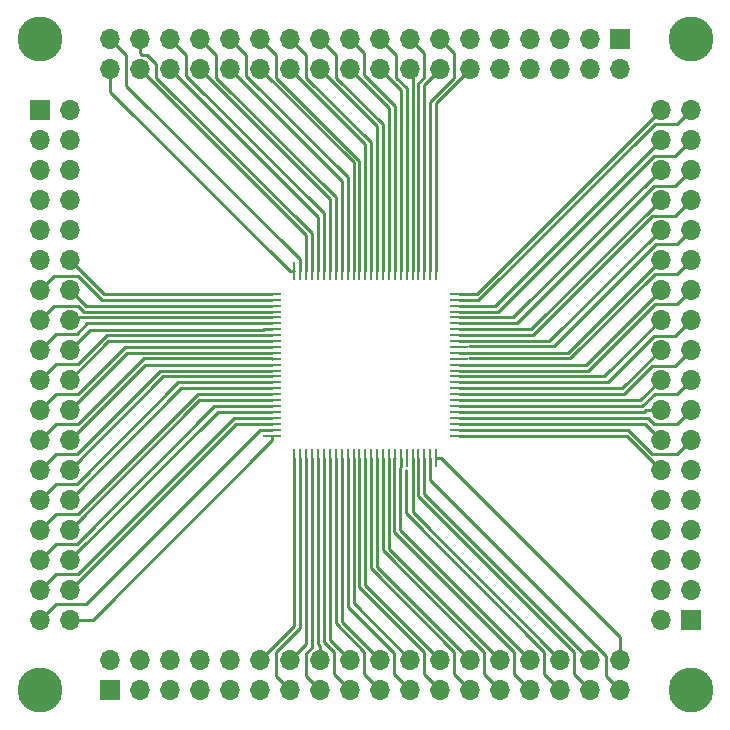
<source format=gbl>
G04 #@! TF.GenerationSoftware,KiCad,Pcbnew,(5.0.2)-1*
G04 #@! TF.CreationDate,2019-01-06T22:14:06+08:00*
G04 #@! TF.ProjectId,LQFP Breakout Board,4c514650-2042-4726-9561-6b6f75742042,rev?*
G04 #@! TF.SameCoordinates,Original*
G04 #@! TF.FileFunction,Copper,L2,Bot*
G04 #@! TF.FilePolarity,Positive*
%FSLAX46Y46*%
G04 Gerber Fmt 4.6, Leading zero omitted, Abs format (unit mm)*
G04 Created by KiCad (PCBNEW (5.0.2)-1) date 01/06/19 22:14:06*
%MOMM*%
%LPD*%
G01*
G04 APERTURE LIST*
G04 #@! TA.AperFunction,ComponentPad*
%ADD10O,1.700000X1.700000*%
G04 #@! TD*
G04 #@! TA.AperFunction,ComponentPad*
%ADD11R,1.700000X1.700000*%
G04 #@! TD*
G04 #@! TA.AperFunction,SMDPad,CuDef*
%ADD12R,1.500000X0.280000*%
G04 #@! TD*
G04 #@! TA.AperFunction,SMDPad,CuDef*
%ADD13R,0.280000X1.500000*%
G04 #@! TD*
G04 #@! TA.AperFunction,ComponentPad*
%ADD14C,3.800000*%
G04 #@! TD*
G04 #@! TA.AperFunction,Conductor*
%ADD15C,0.254000*%
G04 #@! TD*
G04 APERTURE END LIST*
D10*
G04 #@! TO.P,J1,36*
G04 #@! TO.N,P36*
X67437000Y-107188000D03*
G04 #@! TO.P,J1,35*
G04 #@! TO.N,P35*
X64897000Y-107188000D03*
G04 #@! TO.P,J1,34*
G04 #@! TO.N,P34*
X67437000Y-104648000D03*
G04 #@! TO.P,J1,33*
G04 #@! TO.N,P33*
X64897000Y-104648000D03*
G04 #@! TO.P,J1,32*
G04 #@! TO.N,P32*
X67437000Y-102108000D03*
G04 #@! TO.P,J1,31*
G04 #@! TO.N,P31*
X64897000Y-102108000D03*
G04 #@! TO.P,J1,30*
G04 #@! TO.N,P30*
X67437000Y-99568000D03*
G04 #@! TO.P,J1,29*
G04 #@! TO.N,P29*
X64897000Y-99568000D03*
G04 #@! TO.P,J1,28*
G04 #@! TO.N,P28*
X67437000Y-97028000D03*
G04 #@! TO.P,J1,27*
G04 #@! TO.N,P27*
X64897000Y-97028000D03*
G04 #@! TO.P,J1,26*
G04 #@! TO.N,P26*
X67437000Y-94488000D03*
G04 #@! TO.P,J1,25*
G04 #@! TO.N,P25*
X64897000Y-94488000D03*
G04 #@! TO.P,J1,24*
G04 #@! TO.N,P24*
X67437000Y-91948000D03*
G04 #@! TO.P,J1,23*
G04 #@! TO.N,P23*
X64897000Y-91948000D03*
G04 #@! TO.P,J1,22*
G04 #@! TO.N,P22*
X67437000Y-89408000D03*
G04 #@! TO.P,J1,21*
G04 #@! TO.N,P21*
X64897000Y-89408000D03*
G04 #@! TO.P,J1,20*
G04 #@! TO.N,P20*
X67437000Y-86868000D03*
G04 #@! TO.P,J1,19*
G04 #@! TO.N,P19*
X64897000Y-86868000D03*
G04 #@! TO.P,J1,18*
G04 #@! TO.N,P18*
X67437000Y-84328000D03*
G04 #@! TO.P,J1,17*
G04 #@! TO.N,P17*
X64897000Y-84328000D03*
G04 #@! TO.P,J1,16*
G04 #@! TO.N,P16*
X67437000Y-81788000D03*
G04 #@! TO.P,J1,15*
G04 #@! TO.N,P15*
X64897000Y-81788000D03*
G04 #@! TO.P,J1,14*
G04 #@! TO.N,P14*
X67437000Y-79248000D03*
G04 #@! TO.P,J1,13*
G04 #@! TO.N,P13*
X64897000Y-79248000D03*
G04 #@! TO.P,J1,12*
G04 #@! TO.N,P12*
X67437000Y-76708000D03*
G04 #@! TO.P,J1,11*
G04 #@! TO.N,P11*
X64897000Y-76708000D03*
G04 #@! TO.P,J1,10*
G04 #@! TO.N,P10*
X67437000Y-74168000D03*
G04 #@! TO.P,J1,9*
G04 #@! TO.N,P09*
X64897000Y-74168000D03*
G04 #@! TO.P,J1,8*
G04 #@! TO.N,P08*
X67437000Y-71628000D03*
G04 #@! TO.P,J1,7*
G04 #@! TO.N,P07*
X64897000Y-71628000D03*
G04 #@! TO.P,J1,6*
G04 #@! TO.N,P06*
X67437000Y-69088000D03*
G04 #@! TO.P,J1,5*
G04 #@! TO.N,P05*
X64897000Y-69088000D03*
G04 #@! TO.P,J1,4*
G04 #@! TO.N,P04*
X67437000Y-66548000D03*
G04 #@! TO.P,J1,3*
G04 #@! TO.N,P03*
X64897000Y-66548000D03*
G04 #@! TO.P,J1,2*
G04 #@! TO.N,P02*
X67437000Y-64008000D03*
D11*
G04 #@! TO.P,J1,1*
G04 #@! TO.N,P01*
X64897000Y-64008000D03*
G04 #@! TD*
G04 #@! TO.P,J2,1*
G04 #@! TO.N,P37*
X70866000Y-113157000D03*
D10*
G04 #@! TO.P,J2,2*
G04 #@! TO.N,P38*
X70866000Y-110617000D03*
G04 #@! TO.P,J2,3*
G04 #@! TO.N,P39*
X73406000Y-113157000D03*
G04 #@! TO.P,J2,4*
G04 #@! TO.N,P40*
X73406000Y-110617000D03*
G04 #@! TO.P,J2,5*
G04 #@! TO.N,P41*
X75946000Y-113157000D03*
G04 #@! TO.P,J2,6*
G04 #@! TO.N,P42*
X75946000Y-110617000D03*
G04 #@! TO.P,J2,7*
G04 #@! TO.N,P43*
X78486000Y-113157000D03*
G04 #@! TO.P,J2,8*
G04 #@! TO.N,P44*
X78486000Y-110617000D03*
G04 #@! TO.P,J2,9*
G04 #@! TO.N,P45*
X81026000Y-113157000D03*
G04 #@! TO.P,J2,10*
G04 #@! TO.N,P46*
X81026000Y-110617000D03*
G04 #@! TO.P,J2,11*
G04 #@! TO.N,P47*
X83566000Y-113157000D03*
G04 #@! TO.P,J2,12*
G04 #@! TO.N,P48*
X83566000Y-110617000D03*
G04 #@! TO.P,J2,13*
G04 #@! TO.N,P49*
X86106000Y-113157000D03*
G04 #@! TO.P,J2,14*
G04 #@! TO.N,P50*
X86106000Y-110617000D03*
G04 #@! TO.P,J2,15*
G04 #@! TO.N,P51*
X88646000Y-113157000D03*
G04 #@! TO.P,J2,16*
G04 #@! TO.N,P52*
X88646000Y-110617000D03*
G04 #@! TO.P,J2,17*
G04 #@! TO.N,P53*
X91186000Y-113157000D03*
G04 #@! TO.P,J2,18*
G04 #@! TO.N,P54*
X91186000Y-110617000D03*
G04 #@! TO.P,J2,19*
G04 #@! TO.N,P55*
X93726000Y-113157000D03*
G04 #@! TO.P,J2,20*
G04 #@! TO.N,P56*
X93726000Y-110617000D03*
G04 #@! TO.P,J2,21*
G04 #@! TO.N,P57*
X96266000Y-113157000D03*
G04 #@! TO.P,J2,22*
G04 #@! TO.N,P58*
X96266000Y-110617000D03*
G04 #@! TO.P,J2,23*
G04 #@! TO.N,P59*
X98806000Y-113157000D03*
G04 #@! TO.P,J2,24*
G04 #@! TO.N,P60*
X98806000Y-110617000D03*
G04 #@! TO.P,J2,25*
G04 #@! TO.N,P61*
X101346000Y-113157000D03*
G04 #@! TO.P,J2,26*
G04 #@! TO.N,P62*
X101346000Y-110617000D03*
G04 #@! TO.P,J2,27*
G04 #@! TO.N,P63*
X103886000Y-113157000D03*
G04 #@! TO.P,J2,28*
G04 #@! TO.N,P64*
X103886000Y-110617000D03*
G04 #@! TO.P,J2,29*
G04 #@! TO.N,P65*
X106426000Y-113157000D03*
G04 #@! TO.P,J2,30*
G04 #@! TO.N,P66*
X106426000Y-110617000D03*
G04 #@! TO.P,J2,31*
G04 #@! TO.N,P67*
X108966000Y-113157000D03*
G04 #@! TO.P,J2,32*
G04 #@! TO.N,P68*
X108966000Y-110617000D03*
G04 #@! TO.P,J2,33*
G04 #@! TO.N,P69*
X111506000Y-113157000D03*
G04 #@! TO.P,J2,34*
G04 #@! TO.N,P70*
X111506000Y-110617000D03*
G04 #@! TO.P,J2,35*
G04 #@! TO.N,P71*
X114046000Y-113157000D03*
G04 #@! TO.P,J2,36*
G04 #@! TO.N,P72*
X114046000Y-110617000D03*
G04 #@! TD*
G04 #@! TO.P,J3,36*
G04 #@! TO.N,P108*
X117475000Y-64008000D03*
G04 #@! TO.P,J3,35*
G04 #@! TO.N,P107*
X120015000Y-64008000D03*
G04 #@! TO.P,J3,34*
G04 #@! TO.N,P106*
X117475000Y-66548000D03*
G04 #@! TO.P,J3,33*
G04 #@! TO.N,P105*
X120015000Y-66548000D03*
G04 #@! TO.P,J3,32*
G04 #@! TO.N,P104*
X117475000Y-69088000D03*
G04 #@! TO.P,J3,31*
G04 #@! TO.N,P103*
X120015000Y-69088000D03*
G04 #@! TO.P,J3,30*
G04 #@! TO.N,P102*
X117475000Y-71628000D03*
G04 #@! TO.P,J3,29*
G04 #@! TO.N,P101*
X120015000Y-71628000D03*
G04 #@! TO.P,J3,28*
G04 #@! TO.N,P100*
X117475000Y-74168000D03*
G04 #@! TO.P,J3,27*
G04 #@! TO.N,P99*
X120015000Y-74168000D03*
G04 #@! TO.P,J3,26*
G04 #@! TO.N,P98*
X117475000Y-76708000D03*
G04 #@! TO.P,J3,25*
G04 #@! TO.N,P97*
X120015000Y-76708000D03*
G04 #@! TO.P,J3,24*
G04 #@! TO.N,P96*
X117475000Y-79248000D03*
G04 #@! TO.P,J3,23*
G04 #@! TO.N,P95*
X120015000Y-79248000D03*
G04 #@! TO.P,J3,22*
G04 #@! TO.N,P94*
X117475000Y-81788000D03*
G04 #@! TO.P,J3,21*
G04 #@! TO.N,P93*
X120015000Y-81788000D03*
G04 #@! TO.P,J3,20*
G04 #@! TO.N,P92*
X117475000Y-84328000D03*
G04 #@! TO.P,J3,19*
G04 #@! TO.N,P91*
X120015000Y-84328000D03*
G04 #@! TO.P,J3,18*
G04 #@! TO.N,P90*
X117475000Y-86868000D03*
G04 #@! TO.P,J3,17*
G04 #@! TO.N,P89*
X120015000Y-86868000D03*
G04 #@! TO.P,J3,16*
G04 #@! TO.N,P88*
X117475000Y-89408000D03*
G04 #@! TO.P,J3,15*
G04 #@! TO.N,P87*
X120015000Y-89408000D03*
G04 #@! TO.P,J3,14*
G04 #@! TO.N,P86*
X117475000Y-91948000D03*
G04 #@! TO.P,J3,13*
G04 #@! TO.N,P85*
X120015000Y-91948000D03*
G04 #@! TO.P,J3,12*
G04 #@! TO.N,P84*
X117475000Y-94488000D03*
G04 #@! TO.P,J3,11*
G04 #@! TO.N,P83*
X120015000Y-94488000D03*
G04 #@! TO.P,J3,10*
G04 #@! TO.N,P82*
X117475000Y-97028000D03*
G04 #@! TO.P,J3,9*
G04 #@! TO.N,P81*
X120015000Y-97028000D03*
G04 #@! TO.P,J3,8*
G04 #@! TO.N,P80*
X117475000Y-99568000D03*
G04 #@! TO.P,J3,7*
G04 #@! TO.N,P79*
X120015000Y-99568000D03*
G04 #@! TO.P,J3,6*
G04 #@! TO.N,P78*
X117475000Y-102108000D03*
G04 #@! TO.P,J3,5*
G04 #@! TO.N,P77*
X120015000Y-102108000D03*
G04 #@! TO.P,J3,4*
G04 #@! TO.N,P76*
X117475000Y-104648000D03*
G04 #@! TO.P,J3,3*
G04 #@! TO.N,P75*
X120015000Y-104648000D03*
G04 #@! TO.P,J3,2*
G04 #@! TO.N,P74*
X117475000Y-107188000D03*
D11*
G04 #@! TO.P,J3,1*
G04 #@! TO.N,P73*
X120015000Y-107188000D03*
G04 #@! TD*
G04 #@! TO.P,J4,1*
G04 #@! TO.N,P109*
X114046000Y-58039000D03*
D10*
G04 #@! TO.P,J4,2*
G04 #@! TO.N,P110*
X114046000Y-60579000D03*
G04 #@! TO.P,J4,3*
G04 #@! TO.N,P111*
X111506000Y-58039000D03*
G04 #@! TO.P,J4,4*
G04 #@! TO.N,P112*
X111506000Y-60579000D03*
G04 #@! TO.P,J4,5*
G04 #@! TO.N,P113*
X108966000Y-58039000D03*
G04 #@! TO.P,J4,6*
G04 #@! TO.N,P114*
X108966000Y-60579000D03*
G04 #@! TO.P,J4,7*
G04 #@! TO.N,P115*
X106426000Y-58039000D03*
G04 #@! TO.P,J4,8*
G04 #@! TO.N,P116*
X106426000Y-60579000D03*
G04 #@! TO.P,J4,9*
G04 #@! TO.N,P117*
X103886000Y-58039000D03*
G04 #@! TO.P,J4,10*
G04 #@! TO.N,P118*
X103886000Y-60579000D03*
G04 #@! TO.P,J4,11*
G04 #@! TO.N,P119*
X101346000Y-58039000D03*
G04 #@! TO.P,J4,12*
G04 #@! TO.N,P120*
X101346000Y-60579000D03*
G04 #@! TO.P,J4,13*
G04 #@! TO.N,P121*
X98806000Y-58039000D03*
G04 #@! TO.P,J4,14*
G04 #@! TO.N,P122*
X98806000Y-60579000D03*
G04 #@! TO.P,J4,15*
G04 #@! TO.N,P123*
X96266000Y-58039000D03*
G04 #@! TO.P,J4,16*
G04 #@! TO.N,P124*
X96266000Y-60579000D03*
G04 #@! TO.P,J4,17*
G04 #@! TO.N,P125*
X93726000Y-58039000D03*
G04 #@! TO.P,J4,18*
G04 #@! TO.N,P126*
X93726000Y-60579000D03*
G04 #@! TO.P,J4,19*
G04 #@! TO.N,P127*
X91186000Y-58039000D03*
G04 #@! TO.P,J4,20*
G04 #@! TO.N,P128*
X91186000Y-60579000D03*
G04 #@! TO.P,J4,21*
G04 #@! TO.N,P129*
X88646000Y-58039000D03*
G04 #@! TO.P,J4,22*
G04 #@! TO.N,P130*
X88646000Y-60579000D03*
G04 #@! TO.P,J4,23*
G04 #@! TO.N,P131*
X86106000Y-58039000D03*
G04 #@! TO.P,J4,24*
G04 #@! TO.N,P132*
X86106000Y-60579000D03*
G04 #@! TO.P,J4,25*
G04 #@! TO.N,P133*
X83566000Y-58039000D03*
G04 #@! TO.P,J4,26*
G04 #@! TO.N,P134*
X83566000Y-60579000D03*
G04 #@! TO.P,J4,27*
G04 #@! TO.N,P135*
X81026000Y-58039000D03*
G04 #@! TO.P,J4,28*
G04 #@! TO.N,P136*
X81026000Y-60579000D03*
G04 #@! TO.P,J4,29*
G04 #@! TO.N,P137*
X78486000Y-58039000D03*
G04 #@! TO.P,J4,30*
G04 #@! TO.N,P138*
X78486000Y-60579000D03*
G04 #@! TO.P,J4,31*
G04 #@! TO.N,P139*
X75946000Y-58039000D03*
G04 #@! TO.P,J4,32*
G04 #@! TO.N,P140*
X75946000Y-60579000D03*
G04 #@! TO.P,J4,33*
G04 #@! TO.N,P141*
X73406000Y-58039000D03*
G04 #@! TO.P,J4,34*
G04 #@! TO.N,P142*
X73406000Y-60579000D03*
G04 #@! TO.P,J4,35*
G04 #@! TO.N,P143*
X70866000Y-58039000D03*
G04 #@! TO.P,J4,36*
G04 #@! TO.N,P144*
X70866000Y-60579000D03*
G04 #@! TD*
D12*
G04 #@! TO.P,U1,100*
G04 #@! TO.N,P12*
X84556000Y-79598000D03*
G04 #@! TO.P,U1,99*
G04 #@! TO.N,P13*
X84556000Y-80098000D03*
G04 #@! TO.P,U1,98*
G04 #@! TO.N,P14*
X84556000Y-80598000D03*
G04 #@! TO.P,U1,97*
G04 #@! TO.N,P15*
X84556000Y-81098000D03*
G04 #@! TO.P,U1,96*
G04 #@! TO.N,P16*
X84556000Y-81598000D03*
G04 #@! TO.P,U1,95*
G04 #@! TO.N,P17*
X84556000Y-82098000D03*
G04 #@! TO.P,U1,94*
G04 #@! TO.N,P18*
X84556000Y-82598000D03*
G04 #@! TO.P,U1,93*
G04 #@! TO.N,P19*
X84556000Y-83098000D03*
G04 #@! TO.P,U1,92*
G04 #@! TO.N,P20*
X84556000Y-83598000D03*
G04 #@! TO.P,U1,91*
G04 #@! TO.N,P21*
X84556000Y-84098000D03*
G04 #@! TO.P,U1,90*
G04 #@! TO.N,P22*
X84556000Y-84598000D03*
G04 #@! TO.P,U1,89*
G04 #@! TO.N,P23*
X84556000Y-85098000D03*
G04 #@! TO.P,U1,88*
G04 #@! TO.N,P24*
X84556000Y-85598000D03*
G04 #@! TO.P,U1,87*
G04 #@! TO.N,P25*
X84556000Y-86098000D03*
G04 #@! TO.P,U1,86*
G04 #@! TO.N,P26*
X84556000Y-86598000D03*
G04 #@! TO.P,U1,85*
G04 #@! TO.N,P27*
X84556000Y-87098000D03*
G04 #@! TO.P,U1,84*
G04 #@! TO.N,P28*
X84556000Y-87598000D03*
G04 #@! TO.P,U1,83*
G04 #@! TO.N,P29*
X84556000Y-88098000D03*
G04 #@! TO.P,U1,82*
G04 #@! TO.N,P30*
X84556000Y-88598000D03*
G04 #@! TO.P,U1,81*
G04 #@! TO.N,P31*
X84556000Y-89098000D03*
G04 #@! TO.P,U1,80*
G04 #@! TO.N,P32*
X84556000Y-89598000D03*
G04 #@! TO.P,U1,79*
G04 #@! TO.N,P33*
X84556000Y-90098000D03*
G04 #@! TO.P,U1,78*
G04 #@! TO.N,P34*
X84556000Y-90598000D03*
G04 #@! TO.P,U1,77*
G04 #@! TO.N,P35*
X84556000Y-91098000D03*
G04 #@! TO.P,U1,76*
G04 #@! TO.N,P36*
X84556000Y-91598000D03*
D13*
G04 #@! TO.P,U1,75*
G04 #@! TO.N,P48*
X86456000Y-93498000D03*
G04 #@! TO.P,U1,74*
G04 #@! TO.N,P49*
X86956000Y-93498000D03*
G04 #@! TO.P,U1,73*
G04 #@! TO.N,P50*
X87456000Y-93498000D03*
G04 #@! TO.P,U1,72*
G04 #@! TO.N,P51*
X87956000Y-93498000D03*
G04 #@! TO.P,U1,71*
G04 #@! TO.N,P52*
X88456000Y-93498000D03*
G04 #@! TO.P,U1,70*
G04 #@! TO.N,P53*
X88956000Y-93498000D03*
G04 #@! TO.P,U1,69*
G04 #@! TO.N,P54*
X89456000Y-93498000D03*
G04 #@! TO.P,U1,68*
G04 #@! TO.N,P55*
X89956000Y-93498000D03*
G04 #@! TO.P,U1,67*
G04 #@! TO.N,P56*
X90456000Y-93498000D03*
G04 #@! TO.P,U1,66*
G04 #@! TO.N,P57*
X90956000Y-93498000D03*
G04 #@! TO.P,U1,65*
G04 #@! TO.N,P58*
X91456000Y-93498000D03*
G04 #@! TO.P,U1,64*
G04 #@! TO.N,P59*
X91956000Y-93498000D03*
G04 #@! TO.P,U1,63*
G04 #@! TO.N,P60*
X92456000Y-93498000D03*
G04 #@! TO.P,U1,62*
G04 #@! TO.N,P61*
X92956000Y-93498000D03*
G04 #@! TO.P,U1,61*
G04 #@! TO.N,P62*
X93456000Y-93498000D03*
G04 #@! TO.P,U1,60*
G04 #@! TO.N,P63*
X93956000Y-93498000D03*
G04 #@! TO.P,U1,59*
G04 #@! TO.N,P64*
X94456000Y-93498000D03*
G04 #@! TO.P,U1,58*
G04 #@! TO.N,P65*
X94956000Y-93498000D03*
G04 #@! TO.P,U1,57*
G04 #@! TO.N,P66*
X95456000Y-93498000D03*
G04 #@! TO.P,U1,56*
G04 #@! TO.N,P67*
X95956000Y-93498000D03*
G04 #@! TO.P,U1,55*
G04 #@! TO.N,P68*
X96456000Y-93498000D03*
G04 #@! TO.P,U1,54*
G04 #@! TO.N,P69*
X96956000Y-93498000D03*
G04 #@! TO.P,U1,53*
G04 #@! TO.N,P70*
X97456000Y-93498000D03*
G04 #@! TO.P,U1,52*
G04 #@! TO.N,P71*
X97956000Y-93498000D03*
G04 #@! TO.P,U1,51*
G04 #@! TO.N,P72*
X98456000Y-93498000D03*
D12*
G04 #@! TO.P,U1,50*
G04 #@! TO.N,P84*
X100356000Y-91598000D03*
G04 #@! TO.P,U1,49*
G04 #@! TO.N,P85*
X100356000Y-91098000D03*
G04 #@! TO.P,U1,48*
G04 #@! TO.N,P86*
X100356000Y-90598000D03*
G04 #@! TO.P,U1,47*
G04 #@! TO.N,P87*
X100356000Y-90098000D03*
G04 #@! TO.P,U1,46*
G04 #@! TO.N,P88*
X100356000Y-89598000D03*
G04 #@! TO.P,U1,45*
G04 #@! TO.N,P89*
X100356000Y-89098000D03*
G04 #@! TO.P,U1,44*
G04 #@! TO.N,P90*
X100356000Y-88598000D03*
G04 #@! TO.P,U1,43*
G04 #@! TO.N,P91*
X100356000Y-88098000D03*
G04 #@! TO.P,U1,42*
G04 #@! TO.N,P92*
X100356000Y-87598000D03*
G04 #@! TO.P,U1,41*
G04 #@! TO.N,P93*
X100356000Y-87098000D03*
G04 #@! TO.P,U1,40*
G04 #@! TO.N,P94*
X100356000Y-86598000D03*
G04 #@! TO.P,U1,39*
G04 #@! TO.N,P95*
X100356000Y-86098000D03*
G04 #@! TO.P,U1,38*
G04 #@! TO.N,P96*
X100356000Y-85598000D03*
G04 #@! TO.P,U1,37*
G04 #@! TO.N,P97*
X100356000Y-85098000D03*
G04 #@! TO.P,U1,36*
G04 #@! TO.N,P98*
X100356000Y-84598000D03*
G04 #@! TO.P,U1,35*
G04 #@! TO.N,P99*
X100356000Y-84098000D03*
G04 #@! TO.P,U1,34*
G04 #@! TO.N,P100*
X100356000Y-83598000D03*
G04 #@! TO.P,U1,33*
G04 #@! TO.N,P101*
X100356000Y-83098000D03*
G04 #@! TO.P,U1,32*
G04 #@! TO.N,P102*
X100356000Y-82598000D03*
G04 #@! TO.P,U1,31*
G04 #@! TO.N,P103*
X100356000Y-82098000D03*
G04 #@! TO.P,U1,30*
G04 #@! TO.N,P104*
X100356000Y-81598000D03*
G04 #@! TO.P,U1,29*
G04 #@! TO.N,P105*
X100356000Y-81098000D03*
G04 #@! TO.P,U1,28*
G04 #@! TO.N,P106*
X100356000Y-80598000D03*
G04 #@! TO.P,U1,27*
G04 #@! TO.N,P107*
X100356000Y-80098000D03*
G04 #@! TO.P,U1,26*
G04 #@! TO.N,P108*
X100356000Y-79598000D03*
D13*
G04 #@! TO.P,U1,25*
G04 #@! TO.N,P120*
X98456000Y-77698000D03*
G04 #@! TO.P,U1,24*
G04 #@! TO.N,P121*
X97956000Y-77698000D03*
G04 #@! TO.P,U1,23*
G04 #@! TO.N,P122*
X97456000Y-77698000D03*
G04 #@! TO.P,U1,22*
G04 #@! TO.N,P123*
X96956000Y-77698000D03*
G04 #@! TO.P,U1,21*
G04 #@! TO.N,P124*
X96456000Y-77698000D03*
G04 #@! TO.P,U1,20*
G04 #@! TO.N,P125*
X95956000Y-77698000D03*
G04 #@! TO.P,U1,19*
G04 #@! TO.N,P126*
X95456000Y-77698000D03*
G04 #@! TO.P,U1,18*
G04 #@! TO.N,P127*
X94956000Y-77698000D03*
G04 #@! TO.P,U1,17*
G04 #@! TO.N,P128*
X94456000Y-77698000D03*
G04 #@! TO.P,U1,16*
G04 #@! TO.N,P129*
X93956000Y-77698000D03*
G04 #@! TO.P,U1,15*
G04 #@! TO.N,P130*
X93456000Y-77698000D03*
G04 #@! TO.P,U1,14*
G04 #@! TO.N,P131*
X92956000Y-77698000D03*
G04 #@! TO.P,U1,13*
G04 #@! TO.N,P132*
X92456000Y-77698000D03*
G04 #@! TO.P,U1,12*
G04 #@! TO.N,P133*
X91956000Y-77698000D03*
G04 #@! TO.P,U1,11*
G04 #@! TO.N,P134*
X91456000Y-77698000D03*
G04 #@! TO.P,U1,10*
G04 #@! TO.N,P135*
X90956000Y-77698000D03*
G04 #@! TO.P,U1,9*
G04 #@! TO.N,P136*
X90456000Y-77698000D03*
G04 #@! TO.P,U1,8*
G04 #@! TO.N,P137*
X89956000Y-77698000D03*
G04 #@! TO.P,U1,7*
G04 #@! TO.N,P138*
X89456000Y-77698000D03*
G04 #@! TO.P,U1,6*
G04 #@! TO.N,P139*
X88956000Y-77698000D03*
G04 #@! TO.P,U1,5*
G04 #@! TO.N,P140*
X88456000Y-77698000D03*
G04 #@! TO.P,U1,4*
G04 #@! TO.N,P141*
X87956000Y-77698000D03*
G04 #@! TO.P,U1,3*
G04 #@! TO.N,P142*
X87456000Y-77698000D03*
G04 #@! TO.P,U1,2*
G04 #@! TO.N,P143*
X86956000Y-77698000D03*
G04 #@! TO.P,U1,1*
G04 #@! TO.N,P144*
X86456000Y-77698000D03*
G04 #@! TD*
D14*
G04 #@! TO.P,REF\002A\002A,1*
G04 #@! TO.N,N/C*
X64897000Y-58039000D03*
G04 #@! TD*
G04 #@! TO.P,REF\002A\002A,1*
G04 #@! TO.N,N/C*
X64897000Y-113157000D03*
G04 #@! TD*
G04 #@! TO.P,REF\002A\002A,1*
G04 #@! TO.N,N/C*
X120015000Y-113157000D03*
G04 #@! TD*
G04 #@! TO.P,REF\002A\002A,1*
G04 #@! TO.N,N/C*
X120015000Y-58039000D03*
G04 #@! TD*
D15*
G04 #@! TO.N,P36*
X68639081Y-107188000D02*
X67437000Y-107188000D01*
X69360000Y-107188000D02*
X68639081Y-107188000D01*
X84556000Y-91992000D02*
X69360000Y-107188000D01*
X84556000Y-91598000D02*
X84556000Y-91992000D01*
G04 #@! TO.N,P35*
X83552000Y-91098000D02*
X84556000Y-91098000D01*
X68824999Y-105825001D02*
X83552000Y-91098000D01*
X66259999Y-105825001D02*
X68824999Y-105825001D01*
X64897000Y-107188000D02*
X66259999Y-105825001D01*
G04 #@! TO.N,P34*
X81487000Y-90598000D02*
X67437000Y-104648000D01*
X84556000Y-90598000D02*
X81487000Y-90598000D01*
G04 #@! TO.N,P33*
X83552000Y-90098000D02*
X84556000Y-90098000D01*
X81344934Y-90098000D02*
X83552000Y-90098000D01*
X68157933Y-103285001D02*
X81344934Y-90098000D01*
X66259999Y-103285001D02*
X68157933Y-103285001D01*
X64897000Y-104648000D02*
X66259999Y-103285001D01*
G04 #@! TO.N,P32*
X79947000Y-89598000D02*
X67310000Y-102235000D01*
X84556000Y-89598000D02*
X79947000Y-89598000D01*
X67310000Y-102235000D02*
X67437000Y-102108000D01*
G04 #@! TO.N,P31*
X83552000Y-89098000D02*
X84556000Y-89098000D01*
X79648962Y-89098000D02*
X83552000Y-89098000D01*
X68001961Y-100745001D02*
X79648962Y-89098000D01*
X66259999Y-100745001D02*
X68001961Y-100745001D01*
X64897000Y-102108000D02*
X66259999Y-100745001D01*
G04 #@! TO.N,P30*
X78407000Y-88598000D02*
X67437000Y-99568000D01*
X84556000Y-88598000D02*
X78407000Y-88598000D01*
G04 #@! TO.N,P29*
X84523001Y-88065001D02*
X84556000Y-88098000D01*
X78297933Y-88065001D02*
X84523001Y-88065001D01*
X68157933Y-98205001D02*
X78297933Y-88065001D01*
X66259999Y-98205001D02*
X68157933Y-98205001D01*
X64897000Y-99568000D02*
X66259999Y-98205001D01*
G04 #@! TO.N,P28*
X76867000Y-87598000D02*
X67437000Y-97028000D01*
X84556000Y-87598000D02*
X76867000Y-87598000D01*
G04 #@! TO.N,P27*
X83552000Y-87098000D02*
X84556000Y-87098000D01*
X76568962Y-87098000D02*
X83552000Y-87098000D01*
X68001961Y-95665001D02*
X76568962Y-87098000D01*
X66259999Y-95665001D02*
X68001961Y-95665001D01*
X64897000Y-97028000D02*
X66259999Y-95665001D01*
G04 #@! TO.N,P26*
X75327000Y-86598000D02*
X67437000Y-94488000D01*
X84556000Y-86598000D02*
X75327000Y-86598000D01*
G04 #@! TO.N,P25*
X83552000Y-86098000D02*
X84556000Y-86098000D01*
X75028962Y-86098000D02*
X83552000Y-86098000D01*
X68001961Y-93125001D02*
X75028962Y-86098000D01*
X66259999Y-93125001D02*
X68001961Y-93125001D01*
X64897000Y-94488000D02*
X66259999Y-93125001D01*
G04 #@! TO.N,P24*
X73787000Y-85598000D02*
X67437000Y-91948000D01*
X84556000Y-85598000D02*
X73787000Y-85598000D01*
G04 #@! TO.N,P23*
X84523001Y-85065001D02*
X84556000Y-85098000D01*
X73677933Y-85065001D02*
X84523001Y-85065001D01*
X68157933Y-90585001D02*
X73677933Y-85065001D01*
X66259999Y-90585001D02*
X68157933Y-90585001D01*
X64897000Y-91948000D02*
X66259999Y-90585001D01*
G04 #@! TO.N,P22*
X72247000Y-84598000D02*
X67437000Y-89408000D01*
X84556000Y-84598000D02*
X72247000Y-84598000D01*
G04 #@! TO.N,P21*
X83552000Y-84098000D02*
X84556000Y-84098000D01*
X72104934Y-84098000D02*
X83552000Y-84098000D01*
X68157933Y-88045001D02*
X72104934Y-84098000D01*
X66259999Y-88045001D02*
X68157933Y-88045001D01*
X64897000Y-89408000D02*
X66259999Y-88045001D01*
G04 #@! TO.N,P20*
X70707000Y-83598000D02*
X67437000Y-86868000D01*
X84556000Y-83598000D02*
X70707000Y-83598000D01*
G04 #@! TO.N,P19*
X83552000Y-83098000D02*
X84556000Y-83098000D01*
X70564934Y-83098000D02*
X83552000Y-83098000D01*
X68157933Y-85505001D02*
X70564934Y-83098000D01*
X66259999Y-85505001D02*
X68157933Y-85505001D01*
X64897000Y-86868000D02*
X66259999Y-85505001D01*
G04 #@! TO.N,P18*
X68286999Y-83478001D02*
X67437000Y-84328000D01*
X69134001Y-82630999D02*
X68286999Y-83478001D01*
X83835001Y-82630999D02*
X69134001Y-82630999D01*
X83868000Y-82598000D02*
X83835001Y-82630999D01*
X84556000Y-82598000D02*
X83868000Y-82598000D01*
G04 #@! TO.N,P17*
X83552000Y-82098000D02*
X84556000Y-82098000D01*
X68868962Y-82098000D02*
X83552000Y-82098000D01*
X68001961Y-82965001D02*
X68868962Y-82098000D01*
X66259999Y-82965001D02*
X68001961Y-82965001D01*
X64897000Y-84328000D02*
X66259999Y-82965001D01*
G04 #@! TO.N,P16*
X67627000Y-81598000D02*
X67437000Y-81788000D01*
X84556000Y-81598000D02*
X67627000Y-81598000D01*
G04 #@! TO.N,P15*
X83552000Y-81098000D02*
X84556000Y-81098000D01*
X68644934Y-81098000D02*
X83552000Y-81098000D01*
X68157933Y-80610999D02*
X68644934Y-81098000D01*
X66074001Y-80610999D02*
X68157933Y-80610999D01*
X64897000Y-81788000D02*
X66074001Y-80610999D01*
G04 #@! TO.N,P14*
X68787000Y-80598000D02*
X67437000Y-79248000D01*
X84556000Y-80598000D02*
X68787000Y-80598000D01*
G04 #@! TO.N,P13*
X70184934Y-80098000D02*
X84556000Y-80098000D01*
X68157933Y-78070999D02*
X70184934Y-80098000D01*
X66074001Y-78070999D02*
X68157933Y-78070999D01*
X64897000Y-79248000D02*
X66074001Y-78070999D01*
G04 #@! TO.N,P12*
X70327000Y-79598000D02*
X67437000Y-76708000D01*
X84556000Y-79598000D02*
X70327000Y-79598000D01*
G04 #@! TO.N,P48*
X86456000Y-107727000D02*
X83566000Y-110617000D01*
X86456000Y-93498000D02*
X86456000Y-107727000D01*
G04 #@! TO.N,P49*
X86956000Y-94502000D02*
X86956000Y-93498000D01*
X86956000Y-107869066D02*
X86956000Y-94502000D01*
X84928999Y-109896067D02*
X86956000Y-107869066D01*
X84928999Y-111979999D02*
X84928999Y-109896067D01*
X86106000Y-113157000D02*
X84928999Y-111979999D01*
G04 #@! TO.N,P50*
X87456000Y-109267000D02*
X87456000Y-93498000D01*
X86106000Y-110617000D02*
X87456000Y-109267000D01*
G04 #@! TO.N,P51*
X87796001Y-112307001D02*
X88646000Y-113157000D01*
X87468999Y-111979999D02*
X87796001Y-112307001D01*
X87468999Y-110052039D02*
X87468999Y-111979999D01*
X87956000Y-109565038D02*
X87468999Y-110052039D01*
X87956000Y-93498000D02*
X87956000Y-109565038D01*
G04 #@! TO.N,P52*
X88456000Y-94502000D02*
X88456000Y-93498000D01*
X88456000Y-109224919D02*
X88456000Y-94502000D01*
X88646000Y-109414919D02*
X88456000Y-109224919D01*
X88646000Y-110617000D02*
X88646000Y-109414919D01*
G04 #@! TO.N,P53*
X88923001Y-93530999D02*
X88956000Y-93498000D01*
X88923001Y-109049854D02*
X88923001Y-93530999D01*
X89823001Y-109949854D02*
X88923001Y-109049854D01*
X89823001Y-111794001D02*
X89823001Y-109949854D01*
X91186000Y-113157000D02*
X89823001Y-111794001D01*
G04 #@! TO.N,P54*
X89456000Y-108887000D02*
X91186000Y-110617000D01*
X89456000Y-93498000D02*
X89456000Y-108887000D01*
G04 #@! TO.N,P55*
X89956000Y-94502000D02*
X89956000Y-93498000D01*
X89956000Y-107489066D02*
X89956000Y-94502000D01*
X92363001Y-109896067D02*
X89956000Y-107489066D01*
X92363001Y-111794001D02*
X92363001Y-109896067D01*
X93726000Y-113157000D02*
X92363001Y-111794001D01*
G04 #@! TO.N,P56*
X90456000Y-107347000D02*
X93726000Y-110617000D01*
X90456000Y-93498000D02*
X90456000Y-107347000D01*
G04 #@! TO.N,P57*
X90956000Y-94502000D02*
X90956000Y-93498000D01*
X90956000Y-106105038D02*
X90956000Y-94502000D01*
X94903001Y-110052039D02*
X90956000Y-106105038D01*
X94903001Y-111794001D02*
X94903001Y-110052039D01*
X96266000Y-113157000D02*
X94903001Y-111794001D01*
G04 #@! TO.N,P58*
X91456000Y-105807000D02*
X96266000Y-110617000D01*
X91456000Y-93498000D02*
X91456000Y-105807000D01*
G04 #@! TO.N,P59*
X91956000Y-94502000D02*
X91956000Y-93498000D01*
X91956000Y-104409066D02*
X91956000Y-94502000D01*
X97443001Y-109896067D02*
X91956000Y-104409066D01*
X97443001Y-111794001D02*
X97443001Y-109896067D01*
X98806000Y-113157000D02*
X97443001Y-111794001D01*
G04 #@! TO.N,P60*
X92456000Y-104267000D02*
X98806000Y-110617000D01*
X92456000Y-93498000D02*
X92456000Y-104267000D01*
G04 #@! TO.N,P61*
X92923001Y-93530999D02*
X92956000Y-93498000D01*
X92923001Y-102836067D02*
X92923001Y-93530999D01*
X99983001Y-109896067D02*
X92923001Y-102836067D01*
X99983001Y-111794001D02*
X99983001Y-109896067D01*
X101346000Y-113157000D02*
X99983001Y-111794001D01*
G04 #@! TO.N,P62*
X93456000Y-102727000D02*
X101346000Y-110617000D01*
X93456000Y-93498000D02*
X93456000Y-102727000D01*
G04 #@! TO.N,P63*
X93923001Y-93530999D02*
X93956000Y-93498000D01*
X93923001Y-101296067D02*
X93923001Y-93530999D01*
X102523001Y-109896067D02*
X93923001Y-101296067D01*
X102523001Y-111794001D02*
X102523001Y-109896067D01*
X103886000Y-113157000D02*
X102523001Y-111794001D01*
G04 #@! TO.N,P64*
X94456000Y-101187000D02*
X103886000Y-110617000D01*
X94456000Y-93498000D02*
X94456000Y-101187000D01*
G04 #@! TO.N,P65*
X94923001Y-93530999D02*
X94956000Y-93498000D01*
X94923001Y-99756067D02*
X94923001Y-93530999D01*
X105063001Y-109896067D02*
X94923001Y-99756067D01*
X105063001Y-111794001D02*
X105063001Y-109896067D01*
X106426000Y-113157000D02*
X105063001Y-111794001D01*
G04 #@! TO.N,P66*
X105576001Y-109767001D02*
X106426000Y-110617000D01*
X95423001Y-99614001D02*
X105576001Y-109767001D01*
X95423001Y-94314999D02*
X95423001Y-99614001D01*
X95456000Y-94282000D02*
X95423001Y-94314999D01*
X95456000Y-93498000D02*
X95456000Y-94282000D01*
G04 #@! TO.N,P67*
X95885000Y-98178066D02*
X95885000Y-94488000D01*
X107603001Y-109896067D02*
X95885000Y-98178066D01*
X107603001Y-111794001D02*
X107603001Y-109896067D01*
X108966000Y-113157000D02*
X107603001Y-111794001D01*
G04 #@! TO.N,P68*
X96456000Y-98107000D02*
X108966000Y-110617000D01*
X96456000Y-93498000D02*
X96456000Y-98107000D01*
G04 #@! TO.N,P69*
X96956000Y-94502000D02*
X96956000Y-93498000D01*
X96956000Y-96709066D02*
X96956000Y-94502000D01*
X110143001Y-109896067D02*
X96956000Y-96709066D01*
X110143001Y-111794001D02*
X110143001Y-109896067D01*
X111506000Y-113157000D02*
X110143001Y-111794001D01*
G04 #@! TO.N,P70*
X97456000Y-96567000D02*
X97456000Y-93498000D01*
X111506000Y-110617000D02*
X97456000Y-96567000D01*
G04 #@! TO.N,P71*
X113196001Y-112307001D02*
X114046000Y-113157000D01*
X112868999Y-111979999D02*
X113196001Y-112307001D01*
X112868999Y-110238037D02*
X112868999Y-111979999D01*
X97956000Y-95325038D02*
X112868999Y-110238037D01*
X97956000Y-93498000D02*
X97956000Y-95325038D01*
G04 #@! TO.N,P72*
X114046000Y-109414919D02*
X114046000Y-110617000D01*
X114046000Y-108694000D02*
X114046000Y-109414919D01*
X98850000Y-93498000D02*
X114046000Y-108694000D01*
X98456000Y-93498000D02*
X98850000Y-93498000D01*
G04 #@! TO.N,P108*
X101885000Y-79598000D02*
X100356000Y-79598000D01*
X117475000Y-64008000D02*
X101885000Y-79598000D01*
G04 #@! TO.N,P107*
X119165001Y-64857999D02*
X120015000Y-64008000D01*
X118837999Y-65185001D02*
X119165001Y-64857999D01*
X116940065Y-65185001D02*
X118837999Y-65185001D01*
X102027066Y-80098000D02*
X116940065Y-65185001D01*
X100356000Y-80098000D02*
X102027066Y-80098000D01*
G04 #@! TO.N,P106*
X103425000Y-80598000D02*
X100356000Y-80598000D01*
X117475000Y-66548000D02*
X103425000Y-80598000D01*
G04 #@! TO.N,P105*
X101360000Y-81098000D02*
X100356000Y-81098000D01*
X103723038Y-81098000D02*
X101360000Y-81098000D01*
X116910039Y-67910999D02*
X103723038Y-81098000D01*
X118652001Y-67910999D02*
X116910039Y-67910999D01*
X120015000Y-66548000D02*
X118652001Y-67910999D01*
G04 #@! TO.N,P104*
X104965000Y-81598000D02*
X117475000Y-69088000D01*
X100356000Y-81598000D02*
X104965000Y-81598000D01*
G04 #@! TO.N,P103*
X101360000Y-82098000D02*
X100356000Y-82098000D01*
X105263038Y-82098000D02*
X101360000Y-82098000D01*
X116910039Y-70450999D02*
X105263038Y-82098000D01*
X118652001Y-70450999D02*
X116910039Y-70450999D01*
X120015000Y-69088000D02*
X118652001Y-70450999D01*
G04 #@! TO.N,P102*
X106505000Y-82598000D02*
X117475000Y-71628000D01*
X100356000Y-82598000D02*
X106505000Y-82598000D01*
G04 #@! TO.N,P101*
X101360000Y-83098000D02*
X100356000Y-83098000D01*
X106647066Y-83098000D02*
X101360000Y-83098000D01*
X116754067Y-72990999D02*
X106647066Y-83098000D01*
X118652001Y-72990999D02*
X116754067Y-72990999D01*
X120015000Y-71628000D02*
X118652001Y-72990999D01*
G04 #@! TO.N,P100*
X108045000Y-83598000D02*
X117475000Y-74168000D01*
X100356000Y-83598000D02*
X108045000Y-83598000D01*
G04 #@! TO.N,P99*
X108389028Y-84052010D02*
X101219000Y-84052010D01*
X117096037Y-75345001D02*
X108389028Y-84052010D01*
X118837999Y-75345001D02*
X117096037Y-75345001D01*
X120015000Y-74168000D02*
X118837999Y-75345001D01*
G04 #@! TO.N,P98*
X109585000Y-84598000D02*
X117475000Y-76708000D01*
X100356000Y-84598000D02*
X109585000Y-84598000D01*
G04 #@! TO.N,P97*
X109773056Y-85052010D02*
X101219000Y-85052010D01*
X116940065Y-77885001D02*
X109773056Y-85052010D01*
X118837999Y-77885001D02*
X116940065Y-77885001D01*
X120015000Y-76708000D02*
X118837999Y-77885001D01*
G04 #@! TO.N,P96*
X111125000Y-85598000D02*
X117475000Y-79248000D01*
X100356000Y-85598000D02*
X111125000Y-85598000D01*
G04 #@! TO.N,P95*
X101360000Y-86098000D02*
X100356000Y-86098000D01*
X111267066Y-86098000D02*
X101360000Y-86098000D01*
X116940065Y-80425001D02*
X111267066Y-86098000D01*
X118837999Y-80425001D02*
X116940065Y-80425001D01*
X120015000Y-79248000D02*
X118837999Y-80425001D01*
G04 #@! TO.N,P94*
X112665000Y-86598000D02*
X117475000Y-81788000D01*
X100356000Y-86598000D02*
X112665000Y-86598000D01*
G04 #@! TO.N,P93*
X101360000Y-87098000D02*
X100356000Y-87098000D01*
X112963038Y-87098000D02*
X101360000Y-87098000D01*
X116910039Y-83150999D02*
X112963038Y-87098000D01*
X118652001Y-83150999D02*
X116910039Y-83150999D01*
X120015000Y-81788000D02*
X118652001Y-83150999D01*
G04 #@! TO.N,P92*
X114205000Y-87598000D02*
X117475000Y-84328000D01*
X100356000Y-87598000D02*
X114205000Y-87598000D01*
G04 #@! TO.N,P91*
X100388999Y-88065001D02*
X100356000Y-88098000D01*
X114380065Y-88065001D02*
X100388999Y-88065001D01*
X116754067Y-85690999D02*
X114380065Y-88065001D01*
X118652001Y-85690999D02*
X116754067Y-85690999D01*
X120015000Y-84328000D02*
X118652001Y-85690999D01*
G04 #@! TO.N,P90*
X115745000Y-88598000D02*
X117475000Y-86868000D01*
X100356000Y-88598000D02*
X115745000Y-88598000D01*
G04 #@! TO.N,P89*
X119165001Y-87717999D02*
X120015000Y-86868000D01*
X118837999Y-88045001D02*
X119165001Y-87717999D01*
X116940066Y-88045001D02*
X118837999Y-88045001D01*
X115887067Y-89098000D02*
X116940066Y-88045001D01*
X100356000Y-89098000D02*
X115887067Y-89098000D01*
G04 #@! TO.N,P88*
X101360000Y-89598000D02*
X100356000Y-89598000D01*
X116029134Y-89598000D02*
X101360000Y-89598000D01*
X116219134Y-89408000D02*
X116029134Y-89598000D01*
X117475000Y-89408000D02*
X116219134Y-89408000D01*
G04 #@! TO.N,P87*
X119165001Y-90257999D02*
X120015000Y-89408000D01*
X118837999Y-90585001D02*
X119165001Y-90257999D01*
X116910039Y-90585001D02*
X118837999Y-90585001D01*
X116423038Y-90098000D02*
X116910039Y-90585001D01*
X100356000Y-90098000D02*
X116423038Y-90098000D01*
G04 #@! TO.N,P86*
X116125000Y-90598000D02*
X100356000Y-90598000D01*
X117475000Y-91948000D02*
X116125000Y-90598000D01*
G04 #@! TO.N,P85*
X101360000Y-91098000D02*
X100356000Y-91098000D01*
X114727066Y-91098000D02*
X101360000Y-91098000D01*
X116754067Y-93125001D02*
X114727066Y-91098000D01*
X118837999Y-93125001D02*
X116754067Y-93125001D01*
X120015000Y-91948000D02*
X118837999Y-93125001D01*
G04 #@! TO.N,P84*
X114585000Y-91598000D02*
X117475000Y-94488000D01*
X100356000Y-91598000D02*
X114585000Y-91598000D01*
G04 #@! TO.N,P120*
X98456000Y-63469000D02*
X101346000Y-60579000D01*
X98456000Y-77698000D02*
X98456000Y-63469000D01*
G04 #@! TO.N,P121*
X97956000Y-76694000D02*
X97956000Y-77698000D01*
X97956000Y-63326934D02*
X97956000Y-76694000D01*
X99983001Y-61299933D02*
X97956000Y-63326934D01*
X99983001Y-59216001D02*
X99983001Y-61299933D01*
X98806000Y-58039000D02*
X99983001Y-59216001D01*
G04 #@! TO.N,P122*
X97456000Y-61929000D02*
X98806000Y-60579000D01*
X97456000Y-77698000D02*
X97456000Y-61929000D01*
G04 #@! TO.N,P123*
X96956000Y-61786934D02*
X96956000Y-77698000D01*
X97443001Y-61299933D02*
X96956000Y-61786934D01*
X97443001Y-59216001D02*
X97443001Y-61299933D01*
X96266000Y-58039000D02*
X97443001Y-59216001D01*
G04 #@! TO.N,P124*
X96456000Y-60769000D02*
X96266000Y-60579000D01*
X96456000Y-77698000D02*
X96456000Y-60769000D01*
G04 #@! TO.N,P125*
X95956000Y-76694000D02*
X95956000Y-77698000D01*
X95956000Y-62166934D02*
X95956000Y-76694000D01*
X95088999Y-61299933D02*
X95956000Y-62166934D01*
X95088999Y-59401999D02*
X95088999Y-61299933D01*
X93726000Y-58039000D02*
X95088999Y-59401999D01*
G04 #@! TO.N,P126*
X95456000Y-62309000D02*
X93726000Y-60579000D01*
X95456000Y-77698000D02*
X95456000Y-62309000D01*
G04 #@! TO.N,P127*
X94956000Y-76694000D02*
X94956000Y-77698000D01*
X94956000Y-63706934D02*
X94956000Y-76694000D01*
X92363001Y-61113935D02*
X94956000Y-63706934D01*
X92363001Y-59216001D02*
X92363001Y-61113935D01*
X91186000Y-58039000D02*
X92363001Y-59216001D01*
G04 #@! TO.N,P128*
X94456000Y-63849000D02*
X91186000Y-60579000D01*
X94456000Y-77698000D02*
X94456000Y-63849000D01*
G04 #@! TO.N,P129*
X93956000Y-76694000D02*
X93956000Y-77698000D01*
X93956000Y-65246934D02*
X93956000Y-76694000D01*
X90008999Y-61299933D02*
X93956000Y-65246934D01*
X90008999Y-59401999D02*
X90008999Y-61299933D01*
X88646000Y-58039000D02*
X90008999Y-59401999D01*
G04 #@! TO.N,P130*
X93456000Y-65389000D02*
X88646000Y-60579000D01*
X93456000Y-77698000D02*
X93456000Y-65389000D01*
G04 #@! TO.N,P131*
X92956000Y-76694000D02*
X92956000Y-77698000D01*
X92956000Y-66786934D02*
X92956000Y-76694000D01*
X87468999Y-61299933D02*
X92956000Y-66786934D01*
X87468999Y-59401999D02*
X87468999Y-61299933D01*
X86106000Y-58039000D02*
X87468999Y-59401999D01*
G04 #@! TO.N,P132*
X92456000Y-66929000D02*
X86106000Y-60579000D01*
X92456000Y-77698000D02*
X92456000Y-66929000D01*
G04 #@! TO.N,P133*
X91956000Y-76694000D02*
X91956000Y-77698000D01*
X91956000Y-68326934D02*
X91956000Y-76694000D01*
X84928999Y-61299933D02*
X91956000Y-68326934D01*
X84928999Y-59401999D02*
X84928999Y-61299933D01*
X83566000Y-58039000D02*
X84928999Y-59401999D01*
G04 #@! TO.N,P134*
X91456000Y-68469000D02*
X83566000Y-60579000D01*
X91456000Y-77698000D02*
X91456000Y-68469000D01*
G04 #@! TO.N,P135*
X90956000Y-69710962D02*
X90956000Y-77698000D01*
X82388999Y-61143961D02*
X90956000Y-69710962D01*
X82388999Y-59401999D02*
X82388999Y-61143961D01*
X81026000Y-58039000D02*
X82388999Y-59401999D01*
G04 #@! TO.N,P136*
X90456000Y-70009000D02*
X81026000Y-60579000D01*
X90456000Y-77698000D02*
X90456000Y-70009000D01*
G04 #@! TO.N,P137*
X89956000Y-76694000D02*
X89956000Y-77698000D01*
X89956000Y-71406934D02*
X89956000Y-76694000D01*
X79848999Y-61299933D02*
X89956000Y-71406934D01*
X79848999Y-59401999D02*
X79848999Y-61299933D01*
X78486000Y-58039000D02*
X79848999Y-59401999D01*
G04 #@! TO.N,P138*
X89456000Y-71549000D02*
X78486000Y-60579000D01*
X89456000Y-77698000D02*
X89456000Y-71549000D01*
G04 #@! TO.N,P139*
X77308999Y-61143961D02*
X88956000Y-72790962D01*
X75946000Y-58039000D02*
X77308999Y-59401999D01*
X77308999Y-59401999D02*
X77308999Y-61143961D01*
X88956000Y-77698000D02*
X88956000Y-75438000D01*
X88956000Y-72790962D02*
X88956000Y-75438000D01*
X88956000Y-75438000D02*
X88956000Y-77526000D01*
G04 #@! TO.N,P140*
X88456000Y-73089000D02*
X75946000Y-60579000D01*
X88456000Y-77698000D02*
X88456000Y-73089000D01*
G04 #@! TO.N,P141*
X87956000Y-76694000D02*
X87956000Y-77698000D01*
X87956000Y-74486934D02*
X87956000Y-76694000D01*
X74768999Y-61299933D02*
X87956000Y-74486934D01*
X74768999Y-60163999D02*
X74768999Y-61299933D01*
X74006999Y-59401999D02*
X74768999Y-60163999D01*
X73566918Y-59401999D02*
X74006999Y-59401999D01*
X73406000Y-59241081D02*
X73566918Y-59401999D01*
X73406000Y-58039000D02*
X73406000Y-59241081D01*
G04 #@! TO.N,P142*
X87456000Y-74629000D02*
X73406000Y-60579000D01*
X87456000Y-77698000D02*
X87456000Y-74629000D01*
G04 #@! TO.N,P143*
X86956000Y-76694000D02*
X86956000Y-77698000D01*
X72228999Y-61966999D02*
X86956000Y-76694000D01*
X72228999Y-59401999D02*
X72228999Y-61966999D01*
X70866000Y-58039000D02*
X72228999Y-59401999D01*
G04 #@! TO.N,P144*
X70866000Y-61781081D02*
X70866000Y-60579000D01*
X70866000Y-62502000D02*
X70866000Y-61781081D01*
X86062000Y-77698000D02*
X70866000Y-62502000D01*
X86456000Y-77698000D02*
X86062000Y-77698000D01*
G04 #@! TD*
M02*

</source>
